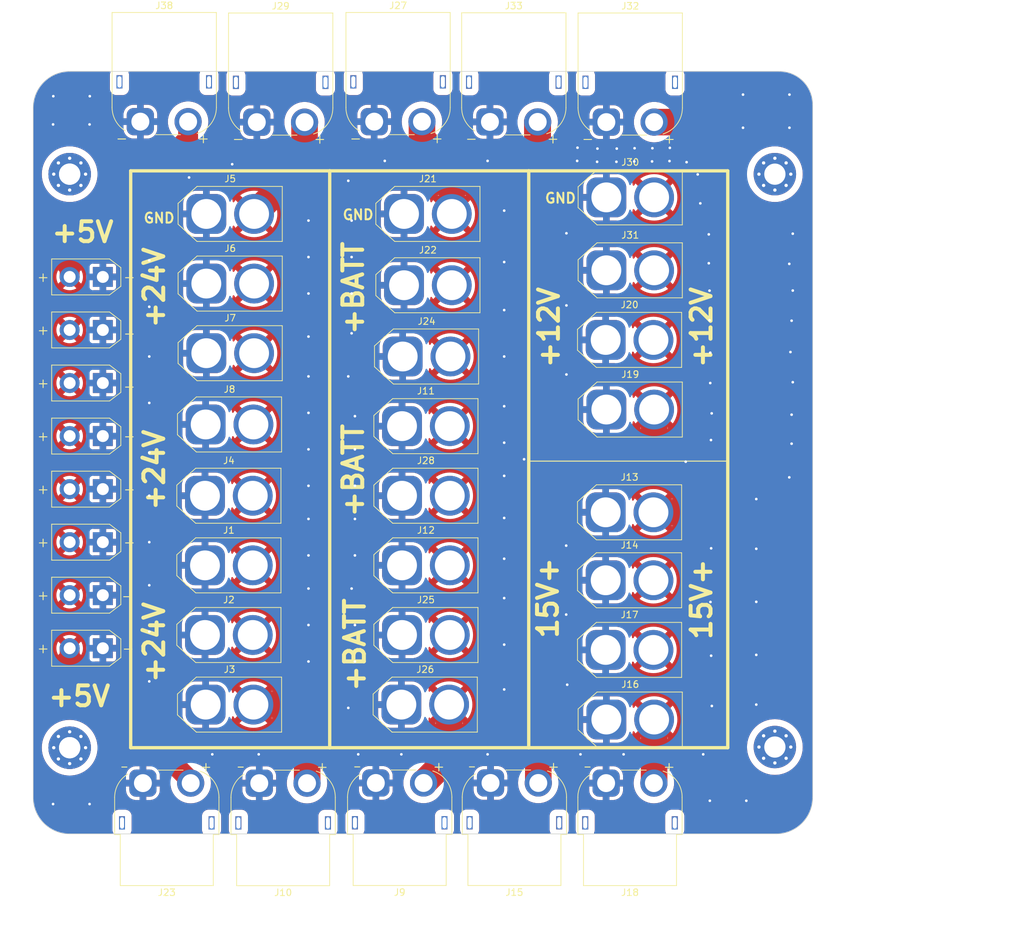
<source format=kicad_pcb>
(kicad_pcb (version 20240108) (generator "pcbnew") (generator_version "8.0")
  (title_block (title "Terminal block V5") (rev "1") (company "Xplore") (comment 1 "Pedro Conde"))
  (layers (0 "F.Cu" signal) (31 "B.Cu" signal) (34 "B.Paste" user) (35 "F.Paste" user) (36 "B.SilkS" user "B.Silkscreen") (37 "F.SilkS" user "F.Silkscreen") (38 "B.Mask" user) (39 "F.Mask" user) (44 "Edge.Cuts" user))
  (net 0 "")
  (net 1 "GND")
  (net 2 "+24V")
  (net 3 "+BATT")
  (net 4 "+15V")
  (net 5 "+5V")
  (net 6 "+12V")
  (footprint "Connector_AMASS:AMASS_XT60PW-F_1x02_P7.20mm_Horizontal" (layer "F.Cu") (at 101.542879 139.842848 180)
    (property "Reference" "J23" (at -3.6 -16.5 0) (layer "F.SilkS"))
    (property "Value" "XT60F")
    (fp_text user "-" (at 2.8 2.5 0) (layer "F.SilkS"))
    (fp_text user "+" (at -9.5 2.5 0) (layer "F.SilkS") (effects (font (size 1.5 1.5))))
    (pad "" thru_hole rect (at -10.35 -6 180) (size 0.9 2) (drill oval 0.6 1.7) (layers "*.Cu" "*.Mask"))
    (pad "" thru_hole rect (at 3.15 -6 180) (size 0.9 2) (drill oval 0.6 1.7) (layers "*.Cu" "*.Mask"))
    (pad "1" thru_hole roundrect (at 0 0 180) (size 4.1 4.1) (drill 2.7) (layers "*.Cu" "*.Mask") (net 1 "GND"))
    (pad "2" thru_hole circle (at -7.2 0 180) (size 4.1 4.1) (drill 2.7) (layers "*.Cu" "*.Mask") (net 5 "+5V"))
  )
  (footprint "Connector_AMASS:AMASS_XT60PW-M_1x02_P7.20mm_Horizontal" (layer "F.Cu") (at 101.156969 40.080728)
    (property "Reference" "J38" (at 3.6 -17.5 0) (layer "F.SilkS"))
    (property "Value" "XT60M")
    (fp_text user "+" (at 9.5 2.5 0) (layer "F.SilkS") (effects (font (size 1.5 1.5))))
    (fp_text user "-" (at -2.8 2.5 0) (layer "F.SilkS") (effects (font (size 1.5 1.5))))
    (pad "" thru_hole rect (at -3.15 -6) (size 0.9 2) (drill oval 0.6 1.7) (layers "*.Cu" "*.Mask"))
    (pad "" thru_hole rect (at 10.35 -6) (size 0.9 2) (drill oval 0.6 1.7) (layers "*.Cu" "*.Mask"))
    (pad "1" thru_hole roundrect (at 0 0) (size 4.1 4.1) (drill 2.7) (layers "*.Cu" "*.Mask") (net 1 "GND"))
    (pad "2" thru_hole circle (at 7.2 0) (size 4.1 4.1) (drill 2.7) (layers "*.Cu" "*.Mask") (net 5 "+5V"))
  )
  (footprint "Connector_AMASS:AMASS_XT60PW-M_1x02_P7.20mm_Horizontal" (layer "F.Cu") (at 153.851667 40.118878)
    (property "Reference" "J33" (at 3.6 -17.5 0) (layer "F.SilkS"))
    (property "Value" "XT60M")
    (fp_text user "-" (at -2.8 2.5 0) (layer "F.SilkS") (effects (font (size 1.5 1.5))))
    (fp_text user "+" (at 9.5 2.5 0) (layer "F.SilkS") (effects (font (size 1.5 1.5))))
    (pad "" thru_hole rect (at -3.15 -6) (size 0.9 2) (drill oval 0.6 1.7) (layers "*.Cu" "*.Mask"))
    (pad "" thru_hole rect (at 10.35 -6) (size 0.9 2) (drill oval 0.6 1.7) (layers "*.Cu" "*.Mask"))
    (pad "1" thru_hole roundrect (at 0 0) (size 4.1 4.1) (drill 2.7) (layers "*.Cu" "*.Mask") (net 1 "GND"))
    (pad "2" thru_hole circle (at 7.2 0) (size 4.1 4.1) (drill 2.7) (layers "*.Cu" "*.Mask") (net 6 "+12V"))
  )
  (footprint "Connector_AMASS:AMASS_XT60-F_1x02_P7.20mm_Vertical" (layer "F.Cu") (at 140.9 54)
    (property "Reference" "J21" (at 3.6 -5.3 180) (layer "F.SilkS"))
    (property "Value" "XT60F")
    (pad "1" thru_hole roundrect (at 0 0) (size 6 6) (drill 4.5) (layers "*.Cu" "*.Mask") (net 1 "GND"))
    (pad "2" thru_hole circle (at 7.2 0) (size 6 6) (drill 4.5) (layers "*.Cu" "*.Mask") (net 3 "+BATT"))
  )
  (footprint "MountingHole:MountingHole_3.2mm_M3_Pad_Via" (layer "F.Cu") (at 90.5 134.5)
    (property "Reference" "H2" (hide yes))
    (property "Value" "M3")
    (pad "1" thru_hole circle (at -2.4 0) (size 0.8 0.8) (drill 0.5) (layers "*.Cu" "*.Mask"))
    (pad "1" thru_hole circle (at -1.697056 -1.697056) (size 0.8 0.8) (drill 0.5) (layers "*.Cu" "*.Mask"))
    (pad "1" thru_hole circle (at -1.697056 1.697056) (size 0.8 0.8) (drill 0.5) (layers "*.Cu" "*.Mask"))
    (pad "1" thru_hole circle (at 0 -2.4) (size 0.8 0.8) (drill 0.5) (layers "*.Cu" "*.Mask"))
    (pad "1" thru_hole circle (at 0 0) (size 6.4 6.4) (drill 3.2) (layers "*.Cu" "*.Mask"))
    (pad "1" thru_hole circle (at 0 2.4) (size 0.8 0.8) (drill 0.5) (layers "*.Cu" "*.Mask"))
    (pad "1" thru_hole circle (at 1.697056 -1.697056) (size 0.8 0.8) (drill 0.5) (layers "*.Cu" "*.Mask"))
    (pad "1" thru_hole circle (at 1.697056 1.697056) (size 0.8 0.8) (drill 0.5) (layers "*.Cu" "*.Mask"))
    (pad "1" thru_hole circle (at 2.4 0) (size 0.8 0.8) (drill 0.5) (layers "*.Cu" "*.Mask"))
  )
  (footprint "Connector_AMASS:AMASS_XT60PW-F_1x02_P7.20mm_Horizontal" (layer "F.Cu") (at 171.363731 139.841046 180)
    (property "Reference" "J18" (at -3.6 -16.5 0) (layer "F.SilkS"))
    (property "Value" "XT60F")
    (fp_text user "-" (at 2.8 2.5 0) (layer "F.SilkS"))
    (fp_text user "+" (at -9.5 2.5 0) (layer "F.SilkS") (effects (font (size 1.5 1.5))))
    (pad "" thru_hole rect (at -10.35 -6 180) (size 0.9 2) (drill oval 0.6 1.7) (layers "*.Cu" "*.Mask"))
    (pad "" thru_hole rect (at 3.15 -6 180) (size 0.9 2) (drill oval 0.6 1.7) (layers "*.Cu" "*.Mask"))
    (pad "1" thru_hole roundrect (at 0 0 180) (size 4.1 4.1) (drill 2.7) (layers "*.Cu" "*.Mask") (net 1 "GND"))
    (pad "2" thru_hole circle (at -7.2 0 180) (size 4.1 4.1) (drill 2.7) (layers "*.Cu" "*.Mask") (net 4 "+15V"))
  )
  (footprint "Connector_AMASS:AMASS_XT60-F_1x02_P7.20mm_Vertical" (layer "F.Cu") (at 171.4 51.5)
    (property "Reference" "J30" (at 3.6 -5.3 180) (layer "F.SilkS"))
    (property "Value" "XT60F")
    (pad "1" thru_hole roundrect (at 0 0) (size 6 6) (drill 4.5) (layers "*.Cu" "*.Mask") (net 1 "GND"))
    (pad "2" thru_hole circle (at 7.2 0) (size 6 6) (drill 4.5) (layers "*.Cu" "*.Mask") (net 6 "+12V"))
  )
  (footprint "Connector_AMASS:AMASS_XT60-F_1x02_P7.20mm_Vertical" (layer "F.Cu") (at 140.6 117.5)
    (property "Reference" "J25" (at 3.6 -5.3 0) (layer "F.SilkS"))
    (property "Value" "XT60F")
    (pad "1" thru_hole roundrect (at 0 0) (size 6 6) (drill 4.5) (layers "*.Cu" "*.Mask") (net 1 "GND"))
    (pad "2" thru_hole circle (at 7.2 0) (size 6 6) (drill 4.5) (layers "*.Cu" "*.Mask") (net 3 "+BATT"))
  )
  (footprint "Connector_AMASS:AMASS_XT30UPB-M_1x02_P5.0mm_Vertical" (layer "F.Cu") (at 95.5 95.5 180)
    (property "Reference" "J41")
    (property "Value" "XT30F")
    (fp_text user "-" (at -4 0 0) (layer "F.SilkS") (effects (font (size 1.5 1.5))))
    (fp_text user "+" (at 9 0 0) (layer "F.SilkS") (effects (font (size 1.5 1.5))))
    (pad "1" thru_hole rect (at 0 0 180) (size 3 3) (drill 1.8) (layers "*.Cu" "*.Mask") (net 1 "GND"))
    (pad "2" thru_hole circle (at 5 0 180) (size 3 3) (drill 1.8) (layers "*.Cu" "*.Mask") (net 5 "+5V"))
  )
  (footprint "Connector_AMASS:AMASS_XT60PW-F_1x02_P7.20mm_Horizontal" (layer "F.Cu") (at 153.940791 139.820395 180)
    (property "Reference" "J15" (at -3.6 -16.5 0) (layer "F.SilkS"))
    (property "Value" "XT60F")
    (fp_text user "-" (at 2.8 2.5 0) (layer "F.SilkS"))
    (fp_text user "+" (at -9.5 2.5 0) (layer "F.SilkS") (effects (font (size 1.5 1.5))))
    (pad "" thru_hole rect (at -10.35 -6 180) (size 0.9 2) (drill oval 0.6 1.7) (layers "*.Cu" "*.Mask"))
    (pad "" thru_hole rect (at 3.15 -6 180) (size 0.9 2) (drill oval 0.6 1.7) (layers "*.Cu" "*.Mask"))
    (pad "1" thru_hole roundrect (at 0 0 180) (size 4.1 4.1) (drill 2.7) (layers "*.Cu" "*.Mask") (net 1 "GND"))
    (pad "2" thru_hole circle (at -7.2 0 180) (size 4.1 4.1) (drill 2.7) (layers "*.Cu" "*.Mask") (net 6 "+12V"))
  )
  (footprint "Connector_AMASS:AMASS_XT60-F_1x02_P7.20mm_Vertical" (layer "F.Cu") (at 171.3 119.75)
    (property "Reference" "J17" (at 3.6 -5.3 0) (layer "F.SilkS"))
    (property "Value" "XT60F")
    (pad "1" thru_hole roundrect (at 0 0) (size 6 6) (drill 4.5) (layers "*.Cu" "*.Mask") (net 1 "GND"))
    (pad "2" thru_hole circle (at 7.2 0) (size 6 6) (drill 4.5) (layers "*.Cu" "*.Mask") (net 4 "+15V"))
  )
  (footprint "MountingHole:MountingHole_3.2mm_M3_Pad_Via" (layer "F.Cu") (at 196.802944 134.4)
    (property "Reference" "H2" (hide yes))
    (property "Value" "M3")
    (pad "1" thru_hole circle (at -2.4 0) (size 0.8 0.8) (drill 0.5) (layers "*.Cu" "*.Mask"))
    (pad "1" thru_hole circle (at -1.697056 -1.697056) (size 0.8 0.8) (drill 0.5) (layers "*.Cu" "*.Mask"))
    (pad "1" thru_hole circle (at -1.697056 1.697056) (size 0.8 0.8) (drill 0.5) (layers "*.Cu" "*.Mask"))
    (pad "1" thru_hole circle (at 0 -2.4) (size 0.8 0.8) (drill 0.5) (layers "*.Cu" "*.Mask"))
    (pad "1" thru_hole circle (at 0 0) (size 6.4 6.4) (drill 3.2) (layers "*.Cu" "*.Mask"))
    (pad "1" thru_hole circle (at 0 2.4) (size 0.8 0.8) (drill 0.5) (layers "*.Cu" "*.Mask"))
    (pad "1" thru_hole circle (at 1.697056 -1.697056) (size 0.8 0.8) (drill 0.5) (layers "*.Cu" "*.Mask"))
    (pad "1" thru_hole circle (at 1.697056 1.697056) (size 0.8 0.8) (drill 0.5) (layers "*.Cu" "*.Mask"))
    (pad "1" thru_hole circle (at 2.4 0) (size 0.8 0.8) (drill 0.5) (layers "*.Cu" "*.Mask"))
  )
  (footprint "Connector_AMASS:AMASS_XT60-F_1x02_P7.20mm_Vertical" (layer "F.Cu") (at 111 85.75)
    (property "Reference" "J8" (at 3.6 -5.3 0) (layer "F.SilkS"))
    (property "Value" "XT60F")
    (pad "1" thru_hole roundrect (at 0 0) (size 6 6) (drill 4.5) (layers "*.Cu" "*.Mask") (net 1 "GND"))
    (pad "2" thru_hole circle (at 7.2 0) (size 6 6) (drill 4.5) (layers "*.Cu" "*.Mask") (net 2 "+24V"))
  )
  (footprint "Connector_AMASS:AMASS_XT60-F_1x02_P7.20mm_Vertical" (layer "F.Cu") (at 171.4 83.5)
    (property "Reference" "J19" (at 3.6 -5.3 0) (layer "F.SilkS"))
    (property "Value" "XT60F")
    (pad "1" thru_hole roundrect (at 0 0) (size 6 6) (drill 4.5) (layers "*.Cu" "*.Mask") (net 1 "GND"))
    (pad "2" thru_hole circle (at 7.2 0) (size 6 6) (drill 4.5) (layers "*.Cu" "*.Mask") (net 6 "+12V"))
  )
  (footprint "Connector_AMASS:AMASS_XT60-F_1x02_P7.20mm_Vertical" (layer "F.Cu") (at 140.7 75.5)
    (property "Reference" "J24" (at 3.6 -5.3 0) (layer "F.SilkS"))
    (property "Value" "XT60F")
    (pad "1" thru_hole roundrect (at 0 0) (size 6 6) (drill 4.5) (layers "*.Cu" "*.Mask") (net 1 "GND"))
    (pad "2" thru_hole circle (at 7.2 0) (size 6 6) (drill 4.5) (layers "*.Cu" "*.Mask") (net 3 "+BATT"))
  )
  (footprint "Connector_AMASS:AMASS_XT60-F_1x02_P7.20mm_Vertical" (layer "F.Cu") (at 111.1 54)
    (property "Reference" "J5" (at 3.6 -5.3 0) (layer "F.SilkS"))
    (property "Value" "XT60F")
    (pad "1" thru_hole roundrect (at 0 0) (size 6 6) (drill 4.5) (layers "*.Cu" "*.Mask") (net 1 "GND"))
    (pad "2" thru_hole circle (at 7.2 0) (size 6 6) (drill 4.5) (layers "*.Cu" "*.Mask") (net 2 "+24V"))
  )
  (footprint "Connector_AMASS:AMASS_XT60PW-F_1x02_P7.20mm_Horizontal" (layer "F.Cu") (at 136.649999 139.820395 180)
    (property "Reference" "J9" (at -3.6 -16.5 0) (layer "F.SilkS"))
    (property "Value" "XT60F")
    (fp_text user "-" (at 2.8 2.5 0) (layer "F.SilkS"))
    (fp_text user "+" (at -9.5 2.5 0) (layer "F.SilkS") (effects (font (size 1.5 1.5))))
    (pad "" thru_hole rect (at -10.35 -6 180) (size 0.9 2) (drill oval 0.6 1.7) (layers "*.Cu" "*.Mask"))
    (pad "" thru_hole rect (at 3.15 -6 180) (size 0.9 2) (drill oval 0.6 1.7) (layers "*.Cu" "*.Mask"))
    (pad "1" thru_hole roundrect (at 0 0 180) (size 4.1 4.1) (drill 2.7) (layers "*.Cu" "*.Mask") (net 1 "GND"))
    (pad "2" thru_hole circle (at -7.2 0 180) (size 4.1 4.1) (drill 2.7) (layers "*.Cu" "*.Mask") (net 3 "+BATT"))
  )
  (footprint "MountingHole:MountingHole_3.2mm_M3_Pad_Via" (layer "F.Cu") (at 90.5 48)
    (property "Reference" "H2" (hide yes))
    (property "Value" "M3")
    (pad "1" thru_hole circle (at -2.4 0) (size 0.8 0.8) (drill 0.5) (layers "*.Cu" "*.Mask"))
    (pad "1" thru_hole circle (at -1.697056 -1.697056) (size 0.8 0.8) (drill 0.5) (layers "*.Cu" "*.Mask"))
    (pad "1" thru_hole circle (at -1.697056 1.697056) (size 0.8 0.8) (drill 0.5) (layers "*.Cu" "*.Mask"))
    (pad "1" thru_hole circle (at 0 -2.4) (size 0.8 0.8) (drill 0.5) (layers "*.Cu" "*.Mask"))
    (pad "1" thru_hole circle (at 0 0) (size 6.4 6.4) (drill 3.2) (layers "*.Cu" "*.Mask"))
    (pad "1" thru_hole circle (at 0 2.4) (size 0.8 0.8) (drill 0.5) (layers "*.Cu" "*.Mask"))
    (pad "1" thru_hole circle (at 1.697056 -1.697056) (size 0.8 0.8) (drill 0.5) (layers "*.Cu" "*.Mask"))
    (pad "1" thru_hole circle (at 1.697056 1.697056) (size 0.8 0.8) (drill 0.5) (layers "*.Cu" "*.Mask"))
    (pad "1" thru_hole circle (at 2.4 0) (size 0.8 0.8) (drill 0.5) (layers "*.Cu" "*.Mask"))
  )
  (footprint "Connector_AMASS:AMASS_XT60PW-M_1x02_P7.20mm_Horizontal" (layer "F.Cu") (at 118.70966 40.15696)
    (property "Reference" "J29" (at 3.6 -17.5 0) (layer "F.SilkS"))
    (property "Value" "XT60M")
    (fp_text user "+" (at 9.5 2.5 0) (layer "F.SilkS") (effects (font (size 1.5 1.5))))
    (fp_text user "-" (at -2.8 2.5 0) (layer "F.SilkS") (effects (font (size 1.5 1.5))))
    (pad "" thru_hole rect (at -3.15 -6) (size 0.9 2) (drill oval 0.6 1.7) (layers "*.Cu" "*.Mask"))
    (pad "" thru_hole rect (at 10.35 -6) (size 0.9 2) (drill oval 0.6 1.7) (layers "*.Cu" "*.Mask"))
    (pad "1" thru_hole roundrect (at 0 0) (size 4.1 4.1) (drill 2.7) (layers "*.Cu" "*.Mask") (net 1 "GND"))
    (pad "2" thru_hole circle (at 7.2 0) (size 4.1 4.1) (drill 2.7) (layers "*.Cu" "*.Mask") (net 2 "+24V"))
  )
  (footprint "Connector_AMASS:AMASS_XT60-F_1x02_P7.20mm_Vertical" (layer "F.Cu") (at 171.4 130.25)
    (property "Reference" "J16" (at 3.6 -5.3 0) (layer "F.SilkS"))
    (property "Value" "XT60F")
    (pad "1" thru_hole roundrect (at 0 0) (size 6 6) (drill 4.5) (layers "*.Cu" "*.Mask") (net 1 "GND"))
    (pad "2" thru_hole circle (at 7.2 0) (size 6 6) (drill 4.5) (layers "*.Cu" "*.Mask") (net 4 "+15V"))
  )
  (footprint "Connector_AMASS:AMASS_XT30UPB-M_1x02_P5.0mm_Vertical" (layer "F.Cu") (at 95.5 63.5 180)
    (property "Reference" "J34")
    (property "Value" "XT30F")
    (fp_text user "+" (at 9 0 0) (layer "F.SilkS") (effects (font (size 1.5 1.5))))
    (fp_text user "-" (at -4 0 0) (layer "F.SilkS") (effects (font (size 1.5 1.5))))
    (pad "1" thru_hole rect (at 0 0 180) (size 3 3) (drill 1.8) (layers "*.Cu" "*.Mask") (net 1 "GND"))
    (pad "2" thru_hole circle (at 5 0 180) (size 3 3) (drill 1.8) (layers "*.Cu" "*.Mask") (net 5 "+5V"))
  )
  (footprint "Connector_AMASS:AMASS_XT60PW-M_1x02_P7.20mm_Horizontal" (layer "F.Cu") (at 171.4 40.15)
    (property "Reference" "J32" (at 3.6 -17.5 0) (layer "F.SilkS"))
    (property "Value" "XT60M")
    (fp_text user "-" (at -2.8 2.5 0) (layer "F.SilkS") (effects (font (size 1.5 1.5))))
    (fp_text user "+" (at 9.5 2.5 0) (layer "F.SilkS") (effects (font (size 1.5 1.5))))
    (pad "" thru_hole rect (at -3.15 -6) (size 0.9 2) (drill oval 0.6 1.7) (layers "*.Cu" "*.Mask"))
    (pad "" thru_hole rect (at 10.35 -6) (size 0.9 2) (drill oval 0.6 1.7) (layers "*.Cu" "*.Mask"))
    (pad "1" thru_hole roundrect (at 0 0) (size 4.1 4.1) (drill 2.7) (layers "*.Cu" "*.Mask") (net 1 "GND"))
    (pad "2" thru_hole circle (at 7.2 0) (size 4.1 4.1) (drill 2.7) (layers "*.Cu" "*.Mask") (net 4 "+15V"))
  )
  (footprint "Connector_AMASS:AMASS_XT60-F_1x02_P7.20mm_Vertical" (layer "F.Cu") (at 171.4 62.5)
    (property "Reference" "J31" (at 3.6 -5.3 180) (layer "F.SilkS"))
    (property "Value" "XT60F")
    (pad "1" thru_hole roundrect (at 0 0) (size 6 6) (drill 4.5) (layers "*.Cu" "*.Mask") (net 1 "GND"))
    (pad "2" thru_hole circle (at 7.2 0) (size 6 6) (drill 4.5) (layers "*.Cu" "*.Mask") (net 6 "+12V"))
  )
  (footprint "Connector_AMASS:AMASS_XT60-F_1x02_P7.20mm_Vertical" (layer "F.Cu") (at 111.1 75)
    (property "Reference" "J7" (at 3.6 -5.3 0) (layer "F.SilkS"))
    (property "Value" "XT60F")
    (pad "1" thru_hole roundrect (at 0 0) (size 6 6) (drill 4.5) (layers "*.Cu" "*.Mask") (net 1 "GND"))
    (pad "2" thru_hole circle (at 7.2 0) (size 6 6) (drill 4.5) (layers "*.Cu" "*.Mask") (net 2 "+24V"))
  )
  (footprint "Connector_AMASS:AMASS_XT60-F_1x02_P7.20mm_Vertical" (layer "F.Cu") (at 171.3 109.25)
    (property "Reference" "J14" (at 3.6 -5.3 180) (layer "F.SilkS"))
    (property "Value" "XT60F")
    (pad "1" thru_hole roundrect (at 0 0) (size 6 6) (drill 4.5) (layers "*.Cu" "*.Mask") (net 1 "GND"))
    (pad "2" thru_hole circle (at 7.2 0) (size 6 6) (drill 4.5) (layers "*.Cu" "*.Mask") (net 4 "+15V"))
  )
  (footprint "Connector_AMASS:AMASS_XT60PW-F_1x02_P7.20mm_Horizontal" (layer "F.Cu") (at 119.081164 139.850919 180)
    (property "Reference" "J10" (at -3.6 -16.5 0) (layer "F.SilkS"))
    (property "Value" "XT60F")
    (fp_text user "+" (at -9.5 2.5 0) (layer "F.SilkS") (effects (font (size 1.5 1.5))))
    (fp_text user "-" (at 2.8 2.5 0) (layer "F.SilkS"))
    (pad "" thru_hole rect (at -10.35 -6 180) (size 0.9 2) (drill oval 0.6 1.7) (layers "*.Cu" "*.Mask"))
    (pad "" thru_hole rect (at 3.15 -6 180) (size 0.9 2) (drill oval 0.6 1.7) (layers "*.Cu" "*.Mask"))
    (pad "1" thru_hole roundrect (at 0 0 180) (size 4.1 4.1) (drill 2.7) (layers "*.Cu" "*.Mask") (net 1 "GND"))
    (pad "2" thru_hole circle (at -7.2 0 180) (size 4.1 4.1) (drill 2.7) (layers "*.Cu" "*.Mask") (net 2 "+24V"))
  )
  (footprint "Connector_AMASS:AMASS_XT60-F_1x02_P7.20mm_Vertical" (layer "F.Cu") (at 110.9 117.5)
    (property "Reference" "J2" (at 3.6 -5.3 0) (layer "F.SilkS"))
    (property "Value" "XT60F")
    (pad "1" thru_hole roundrect (at 0 0) (size 6 6) (drill 4.5) (layers "*.Cu" "*.Mask") (net 1 "GND"))
    (pad "2" thru_hole circle (at 7.2 0) (size 6 6) (drill 4.5) (layers "*.Cu" "*.Mask") (net 2 "+24V"))
  )
  (footprint "Connector_AMASS:AMASS_XT60-F_1x02_P7.20mm_Vertical" (layer "F.Cu") (at 171.3 73)
    (property "Reference" "J20" (at 3.6 -5.3 0) (layer "F.SilkS"))
    (property "Value" "XT60F")
    (pad "1" thru_hole roundrect (at 0 0) (size 6 6) (drill 4.5) (layers "*.Cu" "*.Mask") (net 1 "GND"))
    (pad "2" thru_hole circle (at 7.2 0) (size 6 6) (drill 4.5) (layers "*.Cu" "*.Mask") (net 6 "+12V"))
  )
  (footprint "Connector_AMASS:AMASS_XT60-F_1x02_P7.20mm_Vertical" (layer "F.Cu") (at 140.6 96.5)
    (property "Reference" "J28" (at 3.6 -5.3 180) (layer "F.SilkS"))
    (property "Value" "XT60F")
    (pad "1" thru_hole roundrect (at 0 0) (size 6 6) (drill 4.5) (layers "*.Cu" "*.Mask") (net 1 "GND"))
    (pad "2" thru_hole circle (at 7.2 0) (size 6 6) (drill 4.5) (layers "*.Cu" "*.Mask") (net 3 "+BATT"))
  )
  (footprint "Connector_AMASS:AMASS_XT60-F_1x02_P7.20mm_Vertical" (layer "F.Cu") (at 110.9 107)
    (property "Reference" "J1" (at 3.6 -5.3 0) (layer "F.SilkS"))
    (property "Value" "XT60F")
    (pad "1" thru_hole roundrect (at 0 0) (size 6 6) (drill 4.5) (layers "*.Cu" "*.Mask") (net 1 "GND"))
    (pad "2" thru_hole circle (at 7.2 0) (size 6 6) (drill 4.5) (layers "*.Cu" "*.Mask") (net 2 "+24V"))
  )
  (footprint "MountingHole:MountingHole_3.2mm_M3_Pad_Via" (layer "F.Cu") (at 196.802944 48)
    (property "Reference" "H2" (hide yes))
    (property "Value" "M3")
    (pad "1" thru_hole circle (at -2.4 0) (size 0.8 0.8) (drill 0.5) (layers "*.Cu" "*.Mask"))
    (pad "1" thru_hole circle (at -1.697056 -1.697056) (size 0.8 0.8) (drill 0.5) (layers "*.Cu" "*.Mask"))
    (pad "1" thru_hole circle (at -1.697056 1.697056) (size 0.8 0.8) (drill 0.5) (layers "*.Cu" "*.Mask"))
    (pad "1" thru_hole circle (at 0 -2.4) (size 0.8 0.8) (drill 0.5) (layers "*.Cu" "*.Mask"))
    (pad "1" thru_hole circle (at 0 0) (size 6.4 6.4) (drill 3.2) (layers "*.Cu" "*.Mask"))
    (pad "1" thru_hole circle (at 0 2.4) (size 0.8 0.8) (drill 0.5) (layers "*.Cu" "*.Mask"))
    (pad "1" thru_hole circle (at 1.697056 -1.697056) (size 0.8 0.8) (drill 0.5) (layers "*.Cu" "*.Mask"))
    (pad "1" thru_hole circle (at 1.697056 1.697056) (size 0.8 0.8) (drill 0.5) (layers "*.Cu" "*.Mask"))
    (pad "1" thru_hole circle (at 2.4 0) (size 0.8 0.8) (drill 0.5) (layers "*.Cu" "*.Mask"))
  )
  (footprint "Connector_AMASS:AMASS_XT30UPB-M_1x02_P5.0mm_Vertical" (layer "F.Cu") (at 95.5 79.5 180)
    (property "Reference" "J36")
    (property "Value" "XT30F")
    (fp_text user "-" (at -4 -0.5 0) (layer "F.SilkS") (effects (font (size 1.5 1.5))))
    (fp_text user "+" (at 9 0 0) (layer "F.SilkS") (effects (font (size 1.5 1.5))))
    (pad "1" thru_hole rect (at 0 0 180) (size 3 3) (drill 1.8) (layers "*.Cu" "*.Mask") (net 1 "GND"))
    (pad "2" thru_hole circle (at 5 0 180) (size 3 3) (drill 1.8) (layers "*.Cu" "*.Mask") (net 5 "+5V"))
  )
  (footprint "Connector_AMASS:AMASS_XT60-F_1x02_P7.20mm_Vertical" (layer "F.Cu") (at 140.5 128)
    (property "Reference" "J26" (at 3.6 -5.3 0) (layer "F.SilkS"))
    (property "Value" "XT60F")
    (pad "1" thru_hole roundrect (at 0 0) (size 6 6) (drill 4.5) (layers "*.Cu" "*.Mask") (net 1 "GND"))
    (pad "2" thru_hole circle (at 7.2 0) (size 6 6) (drill 4.5) (layers "*.Cu" "*.Mask") (net 3 "+BATT"))
  )
  (footprint "Connector_AMASS:AMASS_XT30UPB-M_1x02_P5.0mm_Vertical" (layer "F.Cu") (at 95.5 87.5 180)
    (property "Reference" "J37")
    (property "Value" "XT30F")
    (fp_text user "-" (at -4 0 0) (layer "F.SilkS") (effects (font (size 1.5 1.5))))
    (fp_text user "+" (at 9 0 0) (layer "F.SilkS") (effects (font (size 1.5 1.5))))
    (pad "1" thru_hole rect (at 0 0 180) (size 3 3) (drill 1.8) (layers "*.Cu" "*.Mask") (net 1 "GND"))
    (pad "2" thru_hole circle (at 5 0 180) (size 3 3) (drill 1.8) (layers "*.Cu" "*.Mask") (net 5 "+5V"))
  )
  (footprint "Connector_AMASS:AMASS_XT30UPB-M_1x02_P5.0mm_Vertical" (layer "F.Cu") (at 95.5 119.5 180)
    (property "Reference" "J45")
    (property "Value" "XT30F")
    (fp_text user "-" (at -3.807582 -0.017456 0) (layer "F.SilkS") (effects (font (size 1.5 1.5))))
    (fp_text user "+" (at 9 0 0) (layer "F.SilkS") (effects (font (size 1.5 1.5))))
    (pad "1" thru_hole rect (at 0 0 180) (size 3 3) (drill 1.8) (layers "*.Cu" "*.Mask") (net 1 "GND"))
    (pad "2" thru_hole circle (at 5 0 180) (size 3 3) (drill 1.8) (layers "*.Cu" "*.Mask") (net 5 "+5V"))
  )
  (footprint "" (layer "F.Cu") (at 90.5 134.5)
    (property "Reference" "" (at 0 0 0) (layer "F.SilkS") (effects (font (size 1.27 1.27))))
    (property "Value" "")
    (pad "1" thru_hole circle (at 0 0) (size 6.4 6.4) (drill 3.2) (layers "*.Cu" "*.Mask"))
  )
  (footprint "Connector_AMASS:AMASS_XT30UPB-M_1x02_P5.0mm_Vertical" (layer "F.Cu") (at 95.5 111.5 180)
    (property "Reference" "J43")
    (property "Value" "XT30F")
    (fp_text user "-" (at -3.716292 -0.115944 0) (layer "F.SilkS") (effects (font (size 1.5 1.5))))
    (fp_text user "+" (at 9 0 0) (layer "F.SilkS") (effects (font (size 1.5 1.5))))
    (pad "1" thru_hole rect (at 0 0 180) (size 3 3) (drill 1.8) (layers "*.Cu" "*.Mask") (net 1 "GND"))
    (pad "2" thru_hole circle (at 5 0 180) (size 3 3) (drill 1.8) (layers "*.Cu" "*.Mask") (net 5 "+5V"))
  )
  (footprint "" (layer "F.Cu") (at 90.5 48)
    (property "Reference" "" (at 0 0 0) (layer "F.SilkS") (effects (font (size 1.27 1.27))))
    (property "Value" "")
    (pad "1" thru_hole circle (at 0 0) (size 6.4 6.4) (drill 3.2) (layers "*.Cu" "*.Mask"))
  )
  (footprint "Connector_AMASS:AMASS_XT30UPB-M_1x02_P5.0mm_Vertical" (layer "F.Cu") (at 95.5 103.5 180)
    (property "Reference" "J42")
    (property "Value" "XT30F")
    (fp_text user "-" (at -4 0 0) (layer "F.SilkS") (effects (font (size 1.5 1.5))))
    (fp_text user "+" (at 9 0 0) (layer "F.SilkS") (effects (font (size 1.5 1.5))))
    (pad "1" thru_hole rect (at 0 0 180) (size 3 3) (drill 1.8) (layers "*.Cu" "*.Mask") (net 1 "GND"))
    (pad "2" thru_hole circle (at 5 0 180) (size 3 3) (drill 1.8) (layers "*.Cu" "*.Mask") (net 5 "+5V"))
  )
  (footprint "Connector_AMASS:AMASS_XT60PW-M_1x02_P7.20mm_Horizontal" (layer "F.Cu") (at 136.406969 40.080728)
    (property "Reference" "J27" (at 3.6 -17.5 0) (layer "F.SilkS"))
    (property "Value" "XT60M")
    (fp_text user "-" (at -2.8 2.5 0) (layer "F.SilkS") (effects (font (size 1.5 1.5))))
    (fp_text user "+" (at 9.5 2.5 0) (layer "F.SilkS") (effects (font (size 1.5 1.5))))
    (pad "" thru_hole rect (at -3.15 -6) (size 0.9 2) (drill oval 0.6 1.7) (layers "*.Cu" "*.Mask"))
    (pad "" thru_hole rect (at 10.35 -6) (size 0.9 2) (drill oval 0.6 1.7) (layers "*.Cu" "*.Mask"))
    (pad "1" thru_hole roundrect (at 0 0) (size 4.1 4.1) (drill 2.7) (layers "*.Cu" "*.Mask") (net 1 "GND"))
    (pad "2" thru_hole circle (at 7.2 0) (size 4.1 4.1) (drill 2.7) (layers "*.Cu" "*.Mask") (net 3 "+BATT"))
  )
  (footprint "Connector_AMASS:AMASS_XT30UPB-M_1x02_P5.0mm_Vertical" (layer "F.Cu") (at 95.5 71.5 180)
    (property "Reference" "J35")
    (property "Value" "XT30F")
    (fp_text user "-" (at -4 -0.5 0) (layer "F.SilkS") (effects (font (size 1.5 1.5))))
    (fp_text user "+" (at 9 0 0) (layer "F.SilkS") (effects (font (size 1.5 1.5))))
    (pad "1" thru_hole rect (at 0 0 180) (size 3 3) (drill 1.8) (layers "*.Cu" "*.Mask") (net 1 "GND"))
    (pad "2" thru_hole circle (at 5 0 180) (size 3 3) (drill 1.8) (layers "*.Cu" "*.Mask") (net 5 "+5V"))
  )
  (footprint "Connector_AMASS:AMASS_XT60-F_1x02_P7.20mm_Vertical" (layer "F.Cu") (at 140.9 64.75)
    (property "Reference" "J22" (at 3.6 -5.3 180) (layer "F.SilkS"))
    (property "Value" "XT60F")
    (pad "1" thru_hole roundrect (at 0 0) (size 6 6) (drill 4.5) (layers "*.Cu" "*.Mask") (net 1 "GND"))
    (pad "2" thru_hole circle (at 7.2 0) (size 6 6) (drill 4.5) (layers "*.Cu" "*.Mask") (net 3 "+BATT"))
  )
  (footprint "Connector_AMASS:AMASS_XT60-F_1x02_P7.20mm_Vertical" (layer "F.Cu") (at 111 128)
    (property "Reference" "J3" (at 3.6 -5.3 0) (layer "F.SilkS"))
    (property "Value" "XT60F")
    (pad "1" thru_hole roundrect (at 0 0) (size 6 6) (drill 4.5) (layers "*.Cu" "*.Mask") (net 1 "GND"))
    (pad "2" thru_hole circle (at 7.2 0) (size 6 6) (drill 4.5) (layers "*.Cu" "*.Mask") (net 2 "+24V"))
  )
  (footprint "Connector_AMASS:AMASS_XT60-F_1x02_P7.20mm_Vertical" (layer "F.Cu") (at 171.3 99)
    (property "Reference" "J13" (at 3.6 -5.3 180) (layer "F.SilkS"))
    (property "Value" "XT60F")
    (pad "1" thru_hole roundrect (at 0 0) (size 6 6) (drill 4.5) (layers "*.Cu" "*.Mask") (net 1 "GND"))
    (pad "2" thru_hole circle (at 7.2 0) (size 6 6) (drill 4.5) (layers "*.Cu" "*.Mask") (net 4 "+15V"))
  )
  (footprint "Connector_AMASS:AMASS_XT60-F_1x02_P7.20mm_Vertical" (layer "F.Cu") (at 110.9 96.5)
    (property "Reference" "J4" (at 3.6 -5.3 0) (layer "F.SilkS"))
    (property "Value" "XT60F")
    (pad "1" thru_hole roundrect (at 0 0) (size 6 6) (drill 4.5) (layers "*.Cu" "*.Mask") (net 1 "GND"))
    (pad "2" thru_hole circle (at 7.2 0) (size 6 6) (drill 4.5) (layers "*.Cu" "*.Mask") (net 2 "+24V"))
  )
  (footprint "Connector_AMASS:AMASS_XT60-F_1x02_P7.20mm_Vertical" (layer "F.Cu") (at 140.6 107)
    (property "Reference" "J12" (at 3.6 -5.3 0) (layer "F.SilkS"))
    (property "Value" "XT60F")
    (pad "1" thru_hole roundrect (at 0 0) (size 6 6) (drill 4.5) (layers "*.Cu" "*.Mask") (net 1 "GND"))
    (pad "2" thru_hole circle (at 7.2 0) (size 6 6) (drill 4.5) (layers "*.Cu" "*.Mask") (net 3 "+BATT"))
  )
  (footprint "Connector_AMASS:AMASS_XT60-F_1x02_P7.20mm_Vertical" (layer "F.Cu") (at 140.6 86)
    (property "Reference" "J11" (at 3.6 -5.3 180) (layer "F.SilkS"))
    (property "Value" "XT60F")
    (pad "1" thru_hole roundrect (at 0 0) (size 6 6) (drill 4.5) (layers "*.Cu" "*.Mask") (net 1 "GND"))
    (pad "2" thru_hole circle (at 7.2 0) (size 6 6) (drill 4.5) (layers "*.Cu" "*.Mask") (net 3 "+BATT"))
  )
  (footprint "Connector_AMASS:AMASS_XT60-F_1x02_P7.20mm_Vertical" (layer "F.Cu") (at 111.1 64.5)
    (property "Reference" "J6" (at 3.6 -5.3 0) (layer "F.SilkS"))
    (property "Value" "XT60F")
    (pad "1" thru_hole roundrect (at 0 0) (size 6 6) (drill 4.5) (layers "*.Cu" "*.Mask") (net 1 "GND"))
    (pad "2" thru_hole circle (at 7.2 0) (size 6 6) (drill 4.5) (layers "*.Cu" "*.Mask") (net 2 "+24V"))
  )
  (gr_line (start 189.7 47.5) (end 189.7 134.5) (stroke (width 0.5)) (layer "F.SilkS"))
  (gr_line (start 99.7 47.5) (end 129.7 47.5) (stroke (width 0.5)) (layer "F.SilkS"))
  (gr_line (start 189.7 134.5) (end 159.7 134.5) (stroke (width 0.5)) (layer "F.SilkS"))
  (gr_line (start 129.7 47.5) (end 129.7 134.5) (stroke (width 0.5)) (layer "F.SilkS"))
  (gr_line (start 189.645545 91.276276) (end 159.645545 91.276276) (stroke (width 0.15)) (layer "F.SilkS"))
  (gr_line (start 99.7 134.5) (end 99.7 47.5) (stroke (width 0.5)) (layer "F.SilkS"))
  (gr_line (start 159.7 47.5) (end 129.7 47.5) (stroke (width 0.5)) (layer "F.SilkS"))
  (gr_line (start 189.7 47.5) (end 159.7 47.5) (stroke (width 0.5)) (layer "F.SilkS"))
  (gr_line (start 159.7 47.5) (end 159.7 134.5) (stroke (width 0.5)) (layer "F.SilkS"))
  (gr_line (start 129.7 134.5) (end 99.7 134.5) (stroke (width 0.5)) (layer "F.SilkS"))
  (gr_line (start 159.7 134.5) (end 129.7 134.5) (stroke (width 0.5)) (layer "F.SilkS"))
  (gr_line (start 196.99927 147.498145) (end 90.5 147.5) (stroke (width 0.1)) (layer "Edge.Cuts"))
  (gr_arc (start 202.49927 141.998145) (mid 200.888357 145.887232) (end 196.99927 147.498145) (stroke (width 0.1)) (layer "Edge.Cuts"))
  (gr_line (start 85 142) (end 85 38) (stroke (width 0.1)) (layer "Edge.Cuts"))
  (gr_arc (start 197.5 32.5) (mid 201.035534 33.964466) (end 202.5 37.5) (stroke (width 0.1)) (layer "Edge.Cuts"))
  (gr_line (start 90.5 32.5) (end 197.5 32.5) (stroke (width 0.1)) (layer "Edge.Cuts"))
  (gr_line (start 202.49927 141.998145) (end 202.5 37.5) (stroke (width 0.1)) (layer "Edge.Cuts"))
  (gr_arc (start 90.5 147.5) (mid 86.610913 145.889087) (end 85 142) (stroke (width 0.1)) (layer "Edge.Cuts"))
  (gr_arc (start 85 38) (mid 86.610913 34.110913) (end 90.5 32.5) (stroke (width 0.1)) (layer "Edge.Cuts"))
  (gr_text "GND" (at 131.5 55 0) (layer "F.SilkS") (effects (font (size 1.5 1.5) (thickness 0.3) (bold yes)) (justify left bottom)))
  (gr_text "+24V" (at 105 71.5 90) (layer "F.SilkS") (effects (font (size 3 3) (thickness 0.6) (bold yes)) (justify left bottom)))
  (gr_text "+BATT" (at 135 100 90) (layer "F.SilkS") (effects (font (size 3 3) (thickness 0.6) (bold yes)) (justify left bottom)))
  (gr_text "+BATT" (at 135 72.5 90) (layer "F.SilkS") (effects (font (size 3 3) (thickness 0.6) (bold yes)) (justify left bottom)))
  (gr_text "+24V" (at 105 125 90) (layer "F.SilkS") (effects (font (size 3 3) (thickness 0.6) (bold yes)) (justify left bottom)))
  (gr_text "+BATT" (at 135.24712 126.302797 90) (layer "F.SilkS") (effects (font (size 3 3) (thickness 0.6) (bold yes)) (justify left bottom)))
  (gr_text "+24V" (at 105 99 90) (layer "F.SilkS") (effects (font (size 3 3) (thickness 0.6) (bold yes)) (justify left bottom)))
  (gr_text "+5V" (at 87.5 58.5 0) (layer "F.SilkS") (effects (font (size 3 3) (thickness 0.6) (bold yes)) (justify left bottom)))
  (gr_text "+5V" (at 87 128.5 0) (layer "F.SilkS") (effects (font (size 3 3) (thickness 0.6) (bold yes)) (justify left bottom)))
  (gr_text "15V+" (at 164.346193 118.31097 90) (layer "F.SilkS") (effects (font (size 3 3) (thickness 0.6) (bold yes)) (justify left bottom)))
  (gr_text "+12V" (at 187.5 77.5 90) (layer "F.SilkS") (effects (font (size 3 3) (thickness 0.6) (bold yes)) (justify left bottom)))
  (gr_text "+12V" (at 164.5 77.5 90) (layer "F.SilkS") (effects (font (size 3 3) (thickness 0.6) (bold yes)) (justify left bottom)))
  (gr_text "15V+" (at 187.5 118.5 90) (layer "F.SilkS") (effects (font (size 3 3) (thickness 0.6) (bold yes)) (justify left bottom)))
  (gr_text "GND" (at 162 52.5 0) (layer "F.SilkS") (effects (font (size 1.5 1.5) (thickness 0.3) (bold yes)) (justify left bottom)))
  (gr_text "GND" (at 101.5 55.5 0) (layer "F.SilkS") (effects (font (size 1.5 1.5) (thickness 0.3) (bold yes)) (justify left bottom)))
  (via (at 102.5 61) (size 0.8) (drill 0.4) (layers "F.Cu" "B.Cu") (net 1))
  (via (at 156 106) (size 0.8) (drill 0.4) (layers "F.Cu" "B.Cu") (net 1))
  (via (at 133.5 121.5) (size 0.8) (drill 0.4) (layers "F.Cu" "B.Cu") (net 1))
  (via (at 186.843473 61.43506) (size 0.8) (drill 0.4) (layers "F.Cu" "B.Cu") (net 1))
  (via (at 132.5 49) (size 0.8) (drill 0.4) (layers "F.Cu" "B.Cu") (net 1))
  (via (at 133 66) (size 0.8) (drill 0.4) (layers "F.Cu" "B.Cu") (net 1))
  (via (at 165.382994 78.210013) (size 0.8) (drill 0.4) (layers "F.Cu" "B.Cu") (net 1))
  (via (at 180.919711 46.023115) (size 0.8) (drill 0.4) (layers "F.Cu" "B.Cu") (net 1))
  (via (at 198.975039 93.725697) (size 0.8) (drill 0.4) (layers "F.Cu" "B.Cu") (net 1))
  (via (at 192 36) (size 0.8) (drill 0.4) (layers "F.Cu" "B.Cu") (net 1))
  (via (at 156 125.716125) (size 0.8) (drill 0.4) (layers "F.Cu" "B.Cu") (net 1))
  (via (at 133 72) (size 0.8) (drill 0.4) (layers "F.Cu" "B.Cu") (net 1))
  (via (at 199.325013 84.276408) (size 0.8) (drill 0.4) (layers "F.Cu" "B.Cu") (net 1))
  (via (at 133 110.5) (size 0.8) (drill 0.4) (layers "F.Cu" "B.Cu") (net 1))
  (via (at 133.5 95) (size 0.8) (drill 0.4) (layers "F.Cu" "B.Cu") (net 1))
  (via (at 199 36) (size 0.8) (drill 0.4) (layers "F.Cu" "B.Cu") (net 1))
  (via (at 102.5 54.5) (size 0.8) (drill 0.4) (layers "F.Cu" "B.Cu") (net 1))
  (via (at 187 142.5) (size 0.8) (drill 0.4) (layers "F.Cu" "B.Cu") (net 1))
  (via (at 165.382994 56.914971) (size 0.8) (drill 0.4) (layers "F.Cu" "B.Cu") (net 1))
  (via (at 183.36041 91.367636) (size 0.8) (drill 0.4) (layers "F.Cu" "B.Cu") (net 1))
  (via (at 132.5 78.5) (size 0.8) (drill 0.4) (layers "F.Cu" "B.Cu") (net 1))
  (via (at 192 41) (size 0.8) (drill 0.4) (layers "F.Cu" "B.Cu") (net 1))
  (via (at 126.5 89.5) (size 0.8) (drill 0.4) (layers "F.Cu" "B.Cu") (net 1))
  (via (at 138 46) (size 0.8) (drill 0.4) (layers "F.Cu" "B.Cu") (net 1))
  (via (at 172.968769 44.145077) (size 0.8) (drill 0.4) (layers "F.Cu" "B.Cu") (net 1))
  (via (at 115 46.5) (size 0.8) (drill 0.4) (layers "F.Cu" "B.Cu") (net 1))
  (via (at 187.196282 104.427383) (size 0.8) (drill 0.4) (layers "F.Cu" "B.Cu") (net 1))
  (via (at 156 75.5) (size 0.8) (drill 0.4) (layers "F.Cu" "B.Cu") (net 1))
  (via (at 108.5 48.5) (size 0.8) (drill 0.4) (layers "F.Cu" "B.Cu") (net 1))
  (via (at 187.061165 79.503451) (size 0.8) (drill 0.4) (layers "F.Cu" "B.Cu") (net 1))
  (via (at 133.5 89.5) (size 0.8) (drill 0.4) (layers "F.Cu" "B.Cu") (net 1))
  (via (at 102.5 75.5) (size 0.8) (drill 0.4) (layers "F.Cu" "B.Cu") (net 1))
  (via (at 156 99.851048) (size 0.8) (drill 0.4) (layers "F.Cu" "B.Cu") (net 1))
  (via (at 187.170011 88.102264) (size 0.8) (drill 0.4) (layers "F.Cu" "B.Cu") (net 1))
  (via (at 126.5 66) (size 0.8) (drill 0.4) (layers "F.Cu" "B.Cu") (net 1))
  (via (at 112 135.5) (size 0.8) (drill 0.4) (layers "F.Cu" "B.Cu") (net 1))
  (via (at 126.5 110.5) (size 0.8) (drill 0.4) (layers "F.Cu" "B.Cu") (net 1))
  (via (at 199.150026 74.827118) (size 0.8) (drill 0.4) (layers "F.Cu" "B.Cu") (net 1))
  (via (at 133 55) (size 0.8) (drill 0.4) (layers "F.Cu" "B.Cu") (net 1))
  (via (at 102.5 68) (size 0.8) (drill 0.4) (layers "F.Cu" "B.Cu") (net 1))
  (via (at 187.278856 84.074972) (size 0.8) (drill 0.4) (layers "F.Cu" "B.Cu") (net 1))
  (via (at 126.5 78.5) (size 0.8) (drill 0.4) (layers "F.Cu" "B.Cu") (net 1))
  (via (at 156 68.5) (size 0.8) (drill 0.4) (layers "F.Cu" "B.Cu") (net 1))
  (via (at 167.5 135.5) (size 0.8) (drill 0.4) (layers "F.Cu" "B.Cu") (net 1))
  (via (at 93.535283 36.242202) (size 0.8) (drill 0.4) (layers "F.Cu" "B.Cu") (net 1))
  (via (at 93.5 143) (size 0.8) (drill 0.4) (layers "F.Cu" "B.Cu") (net 1))
  (via (at 186 135.5) (size 0.8) (drill 0.4) (layers "F.Cu" "B.Cu") (net 1))
  (via (at 186.952319 70.033873) (size 0.8) (drill 0.4) (layers "F.Cu" "B.Cu") (net 1))
  (via (at 133 60.5) (size 0.8) (drill 0.4) (layers "F.Cu" "B.Cu") (net 1))
  (via (at 102.5 90) (size 0.8) (drill 0.4) (layers "F.Cu" "B.Cu") (net 1))
  (via (at 178.289542 46.079076) (size 0.8) (drill 0.4) (layers "F.Cu" "B.Cu") (net 1))
  (via (at 170.058794 44.145077) (size 0.8) (drill 0.4) (layers "F.Cu" "B.Cu") (net 1))
  (via (at 88 143) (size 0.8) (drill 0.4) (layers "F.Cu" "B.Cu") (net 1))
  (via (at 156 93.5) (size 0.8) (drill 0.4) (layers "F.Cu" "B.Cu") (net 1))
  (via (at 187.09244 112.527013) (size 0.8) (drill 0.4) (layers "F.Cu" "B.Cu") (net 1))
  (via (at 156 88.5) (size 0.8) (drill 0.4) (layers "F.Cu" "B.Cu") (net 1))
  (via (at 126.5 84) (size 0.8) (drill 0.4) (layers "F.Cu" "B.Cu") (net 1))
  (via (at 126.5 72.5) (size 0.8) (drill 0.4) (layers "F.Cu" "B.Cu") (net 1))
  (via (at 126.5 100) (size 0.8) (drill 0.4) (layers "F.Cu" "B.Cu") (net 1))
  (via (at 88 40.5) (size 0.8) (drill 0.4) (layers "F.Cu" "B.Cu") (net 1))
  (via (at 187.300123 128.207065) (size 0.8) (drill 0.4) (layers "F.Cu" "B.Cu") (net 1))
  (via (at 187.061165 74.931931) (size 0.8) (drill 0.4) (layers "F.Cu" "B.Cu") (net 1))
  (via (at 88.035283 36.242202) (size 0.8) (drill 0.4) (layers "F.Cu" "B.Cu") (net 1))
  (via (at 126.5 95) (size 0.8) (drill 0.4) (layers "F.Cu" "B.Cu") (net 1))
  (via (at 194 128) (size 0.8) (drill 0.4) (layers "F.Cu" "B.Cu") (net 1))
  (via (at 156 53.5) (size 0.8) (drill 0.4) (layers "F.Cu" "B.Cu") (net 1))
  (via (at 185.172751 48.037713) (size 0.8) (drill 0.4) (layers "F.Cu" "B.Cu") (net 1))
  (via (at 102.5 103.5) (size 0.8) (drill 0.4) (layers "F.Cu" "B.Cu") (net 1))
  (via (at 174 135.5) (size 0.8) (drill 0.4) (layers "F.Cu" "B.Cu") (net 1))
  (via (at 192.5 142.5) (size 0.8) (drill 0.4) (layers "F.Cu" "B.Cu") (net 1))
  (via (at 126.5 60.5) (size 0.8) (drill 0.4) (layers "F.Cu" "B.Cu") (net 1))
  (via (at 167 46) (size 0.8) (drill 0.4) (layers "F.Cu" "B.Cu") (net 1))
  (via (at 153.5 135.5) (size 0.8) (drill 0.4) (layers "F.Cu" "B.Cu") (net 1))
  (via (at 172.917281 46.135037) (size 0.8) (drill 0.4) (layers "F.Cu" "B.Cu") (net 1))
  (via (at 132.5 128.5) (size 0.8) (drill 0.4) (layers "F.Cu" "B.Cu") (net 1))
  (via (at 199.325013 88.651079) (size 0.8) (drill 0.4) (layers "F.Cu" "B.Cu") (net 1))
  (via (at 140.5 135.5) (size 0.8) (drill 0.4) (layers "F.Cu" "B.Cu") (net 1))
  (via (at 133.5 116) (size 0.8) (drill 0.4) (layers "F.Cu" "B.Cu") (net 1))
  (via (at 194 97) (size 0.8) (drill 0.4) (layers "F.Cu" "B.Cu") (net 1))
  (via (at 165.382994 67.796503) (size 0.8) (drill 0.4) (layers "F.Cu" "B.Cu") (net 1))
  (via (at 93.5 40.5) (size 0.8) (drill 0.4) (layers "F.Cu" "B.Cu") (net 1))
  (via (at 199 41) (size 0.8) (drill 0.4) (layers "F.Cu" "B.Cu") (net 1))
  (via (at 102.5 82.5) (size 0.8) (drill 0.4) (layers "F.Cu" "B.Cu") (net 1))
  (via (at 133.5 100) (size 0.8) (drill 0.4) (layers "F.Cu" "B.Cu") (net 1))
  (via (at 199.5 79.376776) (size 0.8) (drill 0.4) (layers "F.Cu" "B.Cu") (net 1))
  (via (at 156 61.252225) (size 0.8) (drill 0.4) (layers "F.Cu" "B.Cu") (net 1))
  (via (at 126.5 121.5) (size 0.8) (drill 0.4) (layers "F.Cu" "B.Cu") (net 1))
  (via (at 133.5 84.5) (size 0.8) (drill 0.4) (layers "F.Cu" "B.Cu") (net 1))
  (via (at 126.5 105.5) (size 0.8) (drill 0.4) (layers "F.Cu" "B.Cu") (net 1))
  (via (at 102.5 124.5) (size 0.8) (drill 0.4) (layers "F.Cu" "B.Cu") (net 1))
  (via (at 180.971199 44.033155) (size 0.8) (drill 0.4) (layers "F.Cu" "B.Cu") (net 1))
  (via (at 199.325013 70.102474) (size 0.8) (drill 0.4) (layers "F.Cu" "B.Cu") (net 1))
  (via (at 175.654899 44.089116) (size 0.8) (drill 0.4) (layers "F.Cu" "B.Cu") (net 1))
  (via (at 156 83) (size 0.8) (drill 0.4) (layers "F.Cu" "B.Cu") (net 1))
  (via (at 126.5 55) (size 0.8) (drill 0.4) (layers "F.Cu" "B.Cu") (net 1))
  (via (at 165.5 125) (size 0.8) (drill 0.4) (layers "F.Cu" "B.Cu") (net 1))
  (via (at 199.5 56.978461) (size 0.8) (drill 0.4) (layers "F.Cu" "B.Cu") (net 1))
  (via (at 102.5 96.5) (size 0.8) (drill 0.4) (layers "F.Cu" "B.Cu") (net 1))
  (via (at 194 112.5) (size 0.8) (drill 0.4) (layers "F.Cu" "B.Cu") (net 1))
  (via (at 133.5 105.5) (size 0.8) (drill 0.4) (layers "F.Cu" "B.Cu") (net 1))
  (via (at 159 91) (size 0.8) (drill 0.4) (layers "F.Cu" "B.Cu") (net 1))
  (via (at 178.34103 44.089116) (size 0.8) (drill 0.4) (layers "F.Cu" "B.Cu") (net 1))
  (via (at 102.5 110) (size 0.8) (drill 0.4) (layers "F.Cu" "B.Cu") (net 1))
  (via (at 175.603411 46.079076) (size 0.8) (drill 0.4) (layers "F.Cu" "B.Cu") (net 1))
  (via (at 165.346624 114.421089) (size 0.8) (drill 0.4) (layers "F.Cu" "B.Cu") (net 1))
  (via (at 156 118.954013) (size 0.8) (drill 0.4) (layers "F.Cu" "B.Cu") (net 1))
  (via (at 165.346624 104.024311) (size 0.8) (drill 0.4) (layers "F.Cu" "B.Cu") (net 1))
  (via (at 186.952319 65.571198) (size 0.8) (drill 0.4) (layers "F.Cu" "B.Cu") (net 1))
  (via (at 187.196282 120.626642) (size 0.8) (drill 0.4) (layers "F.Cu" "B.Cu") (net 1))
  (via (at 126.5 116) (size 0.8) (drill 0.4) (layers "F.Cu" "B.Cu") (net 1))
  (via (at 185.564479 52.402675) (size 0.8) (drill 0.4) (layers "F.Cu" "B.Cu") (net 1))
  (via (at 156 111.938322) (size 0.8) (drill 0.4) (layers "F.Cu" "B.Cu") (net 1))
  (via (at 186.843473 57.081231) (size 0.8) (drill 0.4) (layers "F.Cu" "B.Cu") (net 1))
  (via (at 153.5 46) (size 0.8) (drill 0.4) (layers "F.Cu" "B.Cu") (net 1))
  (via (at 119 135.5) (size 0.8) (drill 0.4) (layers "F.Cu" "B.Cu") (net 1))
  (via (at 167.051488 44.01004) (size 0.8) (drill 0.4) (layers "F.Cu" "B.Cu") (net 1))
  (via (at 134 135.5) (size 0.8) (drill 0.4) (layers "F.Cu" "B.Cu") (net 1))
  (via (at 170.007306 46.135037) (size 0.8) (drill 0.4) (layers "F.Cu" "B.Cu") (net 1))
  (via (at 199.5 65.552816) (size 0.8) (drill 0.4) (layers "F.Cu" "B.Cu") (net 1))
  (via (at 102.5 117) (size 0.8) (drill 0.4) (layers "F.Cu" "B.Cu") (net 1))
  (via (at 194 104.5) (size 0.8) (drill 0.4) (layers "F.Cu" "B.Cu") (net 1))
  (via (at 194 120.5) (size 0.8) (drill 0.4) (layers "F.Cu" "B.Cu") (net 1))
  (via (at 183.49392 46.190999) (size 0.8) (drill 0.4) (layers "F.Cu" "B.Cu") (net 1))
  (via (at 198.975039 61.528119) (size 0.8) (drill 0.4) (layers "F.Cu" "B.Cu") (net 1))
  (segment (start 122.5 128) (end 126.3 131.8) (width 4) (layer "F.Cu") (net 2))
  (segment (start 125.90966 46.39034) (end 118.3 54) (width 4) (layer "F.Cu") (net 2))
  (segment (start 126.3 131.8) (end 126.3 139.832083) (width 4) (layer "F.Cu") (net 2))
  (segment (start 118.2 128) (end 122.5 128) (width 4) (layer "F.Cu") (net 2))
  (segment (start 125.90966 40.15696) (end 125.90966 46.39034) (width 4) (layer "F.Cu") (net 2))
  (segment (start 126.3 139.832083) (end 126.281164 139.850919) (width 4) (layer "F.Cu") (net 2))
  (segment (start 143.606969 40.080728) (end 143.606969 42.656969) (width 4) (layer "F.Cu") (net 3))
  (segment (start 143.606969 42.656969) (end 148.1 47.15) (width 4) (layer "F.Cu") (net 3))
  (segment (start 147.7 135.970394) (end 143.849999 139.820395) (width 4) (layer "F.Cu") (net 3))
  (segment (start 148.1 47.15) (end 148.1 54) (width 4) (layer "F.Cu") (net 3))
  (segment (start 147.7 128) (end 147.7 135.970394) (width 4) (layer "F.Cu") (net 3))
  (segment (start 178.6 130.25) (end 178.6 139.804777) (width 4) (layer "F.Cu") (net 4))
  (segment (start 185.5 99) (end 178.5 99) (width 4) (layer "F.Cu") (net 4))
  (segment (start 190 47) (end 190 52) (width 4) (layer "F.Cu") (net 4))
  (segment (start 178.6 40.15) (end 183.15 40.15) (width 4) (layer "F.Cu") (net 4))
  (segment (start 190 52) (end 193 55) (width 4) (layer "F.Cu") (net 4))
  (segment (start 193 91.5) (end 185.5 99) (width 4) (layer "F.Cu") (net 4))
  (segment (start 183.15 40.15) (end 190 47) (width 4) (layer "F.Cu") (net 4))
  (segment (start 193 55) (end 193 91.5) (width 4) (layer "F.Cu") (net 4))
  (segment (start 178.6 139.804777) (end 178.563731 139.841046) (width 4) (layer "F.Cu") (net 4))
  (segment (start 108.356969 42.643031) (end 90.5 60.5) (width 3) (layer "F.Cu") (net 5))
  (segment (start 90.5 119.5) (end 90.5 124) (width 3) (layer "F.Cu") (net 5))
  (segment (start 93.25 124) (end 109.1 139.85) (width 3) (layer "F.Cu") (net 5))
  (segment (start 90.5 124) (end 93.25 124) (width 3) (layer "F.Cu") (net 5))
  (segment (start 108.356969 40.080728) (end 108.356969 42.643031) (width 3) (layer "F.Cu") (net 5))
  (segment (start 90.5 60.5) (end 90.5 63.5) (width 3) (layer "F.Cu") (net 5))
  (segment (start 178.6 83.5) (end 178.6 87.74264) (width 4) (layer "F.Cu") (net 6))
  (segment (start 161.051667 40.118878) (end 161.051667 42.681181) (width 4) (layer "F.Cu") (net 6))
  (segment (start 178.6 87.74264) (end 175.34264 91) (width 4) (layer "F.Cu") (net 6))
  (segment (start 161.140791 139.820395) (end 161.140791 93.859209) (width 4) (layer "F.Cu") (net 6))
  (segment (start 161 87) (end 161 40.170545) (width 4) (layer "F.Cu") (net 6))
  (segment (start 161 40.170545) (end 161.051667 40.118878) (width 4) (layer "F.Cu") (net 6))
  (segment (start 161.140791 93.859209) (end 164.5 90.5) (width 4) (layer "F.Cu") (net 6))
  (segment (start 175.34264 91) (end 164.5 91) (width 4) (layer "F.Cu") (net 6))
  (segment (start 164.5 90.5) (end 161 87) (width 4) (layer "F.Cu") (net 6))
  (segment (start 161.051667 42.681181) (end 161.044698 42.68815) (width 4) (layer "F.Cu") (net 6))
  (zone (net 6) (net_name "+12V") (layer "F.Cu") (priority 1) (connect_pads (clearance 1)) (min_thickness 0.25) (fill yes (thermal_gap 0.5) (thermal_bridge_width 1))
    (polygon (pts (xy 174.1 47.25) (xy 183 47.5) (xy 183.1 87.75) (xy 173.6 87.75)))
  )
  (zone (net 4) (net_name "+15V") (layer "F.Cu") (priority 1) (connect_pads (clearance 1)) (min_thickness 0.25) (fill yes (thermal_gap 0.5) (thermal_bridge_width 1))
    (polygon (pts (xy 174.5 94.5) (xy 183 94.5) (xy 183 134.75) (xy 174.5 134.25)))
  )
  (zone (net 3) (net_name "+BATT") (layer "F.Cu") (priority 1) (connect_pads (clearance 1)) (min_thickness 0.25) (fill yes (thermal_gap 0.5) (thermal_bridge_width 1))
    (polygon (pts (xy 144.6 49.5) (xy 152.6 49.5) (xy 152.6 132) (xy 144.6 132)))
  )
  (zone (net 2) (net_name "+24V") (layer "F.Cu") (priority 1) (connect_pads (clearance 1)) (min_thickness 0.25) (fill yes (thermal_gap 0.5) (thermal_bridge_width 1))
    (polygon (pts (xy 114 50) (xy 122.5 50) (xy 122.5 132) (xy 114 132)))
  )
  (zone (net 5) (net_name "+5V") (layer "F.Cu") (priority 2) (connect_pads (clearance 1)) (min_thickness 0.25) (fill yes (thermal_gap 0.5) (thermal_bridge_width 1))
    (polygon (pts (xy 93 122.5) (xy 87.5 122.5) (xy 87.5 60.5) (xy 93 60.5)))
  )
  (zone (net 1) (net_name "GND") (layers "F&B.Cu") (connect_pads (clearance 1)) (min_thickness 0.25) (fill yes (thermal_gap 0.5) (thermal_bridge_width 1))
    (polygon (pts (xy 80 30) (xy 207 30) (xy 207 156.5) (xy 80 156)))
  )
)
</source>
